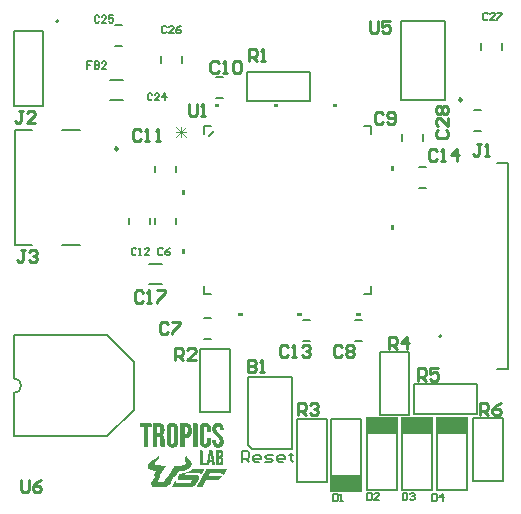
<source format=gto>
G04*
G04 #@! TF.GenerationSoftware,Altium Limited,Altium Designer,22.5.1 (42)*
G04*
G04 Layer_Color=65535*
%FSLAX44Y44*%
%MOMM*%
G71*
G04*
G04 #@! TF.SameCoordinates,0A4DFAF1-6218-4570-9C88-57A128791E20*
G04*
G04*
G04 #@! TF.FilePolarity,Positive*
G04*
G01*
G75*
%ADD10C,0.2500*%
%ADD11C,0.2000*%
%ADD12C,0.1524*%
%ADD13C,0.1270*%
%ADD14C,0.1540*%
%ADD15C,0.0762*%
%ADD16C,0.2540*%
%ADD17C,0.1500*%
%ADD18R,2.7432X1.3208*%
G36*
X274405Y337406D02*
X270595D01*
Y339946D01*
X274405D01*
Y337406D01*
D02*
G37*
G36*
X224405D02*
X220595D01*
Y339946D01*
X224405D01*
Y337406D01*
D02*
G37*
G36*
X174405D02*
X170595D01*
Y339946D01*
X174405D01*
Y337406D01*
D02*
G37*
G36*
X322162Y283379D02*
X319622D01*
Y287189D01*
X322162D01*
Y283379D01*
D02*
G37*
G36*
X145378Y263379D02*
X142838D01*
Y267189D01*
X145378D01*
Y263379D01*
D02*
G37*
G36*
X322162Y233379D02*
X319622D01*
Y237189D01*
X322162D01*
Y233379D01*
D02*
G37*
G36*
X145378Y213379D02*
X142838D01*
Y217189D01*
X145378D01*
Y213379D01*
D02*
G37*
G36*
X294405Y160622D02*
X290595D01*
Y163162D01*
X294405D01*
Y160622D01*
D02*
G37*
G36*
X244405D02*
X240595D01*
Y163162D01*
X244405D01*
Y160622D01*
D02*
G37*
G36*
X194405D02*
X190595D01*
Y163162D01*
X194405D01*
Y160622D01*
D02*
G37*
G36*
X174360Y69982D02*
X175016D01*
Y69851D01*
X175410D01*
Y69719D01*
X175673D01*
Y69588D01*
X175936D01*
Y69457D01*
X176199D01*
Y69325D01*
X176330D01*
Y69194D01*
X176461D01*
Y69062D01*
X176724D01*
Y68931D01*
X176856D01*
Y68668D01*
X176987D01*
Y68537D01*
X177118D01*
Y68406D01*
X177250D01*
Y68274D01*
X177381D01*
Y68011D01*
X177512D01*
Y67749D01*
X177644D01*
Y67617D01*
X177775D01*
Y67355D01*
X177906D01*
Y66961D01*
X178038D01*
Y66567D01*
X178169D01*
Y66041D01*
X178300D01*
Y65778D01*
Y65647D01*
Y64596D01*
X178432D01*
Y63808D01*
X178300D01*
Y63677D01*
X175410D01*
Y64202D01*
X175016D01*
Y66041D01*
X174885D01*
Y66435D01*
X174754D01*
Y66567D01*
X174491D01*
Y66698D01*
X173177D01*
Y66567D01*
X172915D01*
Y66435D01*
X172783D01*
Y66304D01*
X172652D01*
Y66172D01*
X172521D01*
Y66041D01*
X172389D01*
Y65647D01*
X172258D01*
Y63939D01*
X172389D01*
Y63545D01*
X172521D01*
Y63151D01*
X172652D01*
Y63020D01*
X172783D01*
Y62757D01*
X172915D01*
Y62626D01*
X173046D01*
Y62494D01*
X173177D01*
Y62231D01*
X173309D01*
Y62100D01*
X173440D01*
Y61969D01*
X173571D01*
Y61837D01*
X173703D01*
Y61706D01*
X173834D01*
Y61575D01*
X173965D01*
Y61443D01*
X174228D01*
Y61312D01*
X174360D01*
Y61181D01*
X174491D01*
Y61049D01*
X174622D01*
Y60918D01*
X174754D01*
Y60786D01*
X174885D01*
Y60655D01*
X175016D01*
Y60524D01*
X175148D01*
Y60392D01*
X175279D01*
Y60261D01*
X175410D01*
Y60130D01*
X175542D01*
Y59998D01*
X175673D01*
Y59867D01*
X175805D01*
Y59736D01*
X175936D01*
Y59604D01*
X176067D01*
Y59473D01*
X176199D01*
Y59342D01*
X176330D01*
Y59210D01*
X176461D01*
Y59079D01*
X176593D01*
Y58816D01*
X176724D01*
Y58685D01*
X176856D01*
Y58553D01*
X176987D01*
Y58291D01*
X177118D01*
Y58159D01*
X177250D01*
Y57897D01*
X177381D01*
Y57765D01*
X177512D01*
Y57502D01*
X177644D01*
Y57240D01*
X177775D01*
Y56977D01*
X177906D01*
Y56714D01*
X178038D01*
Y56320D01*
X178169D01*
Y55795D01*
X178300D01*
Y54875D01*
X178432D01*
Y53299D01*
X178300D01*
Y52379D01*
X178169D01*
Y51854D01*
X178038D01*
Y51591D01*
X177906D01*
Y51197D01*
X177775D01*
Y50934D01*
X177644D01*
Y50803D01*
X177512D01*
Y50540D01*
X177381D01*
Y50409D01*
X177250D01*
Y50278D01*
X177118D01*
Y50146D01*
X176987D01*
Y50015D01*
X176856D01*
Y49883D01*
X176593D01*
Y49752D01*
X176461D01*
Y49621D01*
X176199D01*
Y49489D01*
X175936D01*
Y49358D01*
X175673D01*
Y49227D01*
X175148D01*
Y49095D01*
X174360D01*
Y48964D01*
X173046D01*
Y49095D01*
X172258D01*
Y49227D01*
X171864D01*
Y49358D01*
X171470D01*
Y49489D01*
X171207D01*
Y49621D01*
X170944D01*
Y49752D01*
X170813D01*
Y49883D01*
X170681D01*
Y50015D01*
X170550D01*
Y50146D01*
X170419D01*
Y50278D01*
X170287D01*
Y50409D01*
X170156D01*
Y50540D01*
X170025D01*
Y50672D01*
X169893D01*
Y50803D01*
X169762D01*
Y51066D01*
X169631D01*
Y51197D01*
X169499D01*
Y51460D01*
X169368D01*
Y51591D01*
X169237D01*
Y51985D01*
X169105D01*
Y52248D01*
X168974D01*
Y52773D01*
X168842D01*
Y53430D01*
X168711D01*
Y55663D01*
X171732D01*
Y55138D01*
X172127D01*
Y52773D01*
X172258D01*
Y52642D01*
X172389D01*
Y52511D01*
X172652D01*
Y52379D01*
X173965D01*
Y52511D01*
X174228D01*
Y52642D01*
X174360D01*
Y52773D01*
X174491D01*
Y52905D01*
X174622D01*
Y53168D01*
X174754D01*
Y53562D01*
X174885D01*
Y55138D01*
X174754D01*
Y55795D01*
X174622D01*
Y56058D01*
X174491D01*
Y56320D01*
X174360D01*
Y56583D01*
X174228D01*
Y56714D01*
X174097D01*
Y56977D01*
X173965D01*
Y57108D01*
X173834D01*
Y57240D01*
X173703D01*
Y57371D01*
X173571D01*
Y57502D01*
X173440D01*
Y57634D01*
X173309D01*
Y57765D01*
X173177D01*
Y57897D01*
X173046D01*
Y58028D01*
X172915D01*
Y58159D01*
X172783D01*
Y58291D01*
X172652D01*
Y58422D01*
X172521D01*
Y58553D01*
X172389D01*
Y58685D01*
X172127D01*
Y58816D01*
X171995D01*
Y58948D01*
X171864D01*
Y59079D01*
X171732D01*
Y59210D01*
X171601D01*
Y59342D01*
X171470D01*
Y59473D01*
X171338D01*
Y59604D01*
X171207D01*
Y59736D01*
X171076D01*
Y59867D01*
X170944D01*
Y60130D01*
X170813D01*
Y60261D01*
X170681D01*
Y60392D01*
X170550D01*
Y60524D01*
X170419D01*
Y60655D01*
X170287D01*
Y60918D01*
X170156D01*
Y61049D01*
X170025D01*
Y61181D01*
X169893D01*
Y61443D01*
X169762D01*
Y61575D01*
X169631D01*
Y61837D01*
X169499D01*
Y62100D01*
X169368D01*
Y62363D01*
X169237D01*
Y62626D01*
X169105D01*
Y63020D01*
X168974D01*
Y63414D01*
X168842D01*
Y64071D01*
X168711D01*
Y66172D01*
X168842D01*
Y66829D01*
X168974D01*
Y67355D01*
X169105D01*
Y67617D01*
X169237D01*
Y67880D01*
X169368D01*
Y68143D01*
X169499D01*
Y68406D01*
X169631D01*
Y68537D01*
X169762D01*
Y68668D01*
X169893D01*
Y68800D01*
X170025D01*
Y68931D01*
X170156D01*
Y69062D01*
X170287D01*
Y69194D01*
X170419D01*
Y69325D01*
X170550D01*
Y69457D01*
X170813D01*
Y69588D01*
X171076D01*
Y69719D01*
X171338D01*
Y69851D01*
X171864D01*
Y69982D01*
X172521D01*
Y70113D01*
X174360D01*
Y69982D01*
D02*
G37*
G36*
X163456D02*
X164245D01*
Y69851D01*
X164639D01*
Y69719D01*
X164902D01*
Y69588D01*
X165164D01*
Y69457D01*
X165427D01*
Y69325D01*
X165558D01*
Y69194D01*
X165690D01*
Y69062D01*
X165952D01*
Y68931D01*
X166084D01*
Y68800D01*
X166215D01*
Y68537D01*
X166346D01*
Y68406D01*
X166478D01*
Y68274D01*
X166609D01*
Y68011D01*
X166741D01*
Y67880D01*
X166872D01*
Y67617D01*
X167003D01*
Y67355D01*
X167135D01*
Y67092D01*
X167266D01*
Y66698D01*
X167397D01*
Y66304D01*
X167529D01*
Y65384D01*
X167660D01*
Y62626D01*
X164639D01*
Y63020D01*
X164376D01*
Y63151D01*
X164245D01*
Y66172D01*
X164113D01*
Y66435D01*
X163982D01*
Y66567D01*
X163719D01*
Y66698D01*
X162406D01*
Y66567D01*
X162143D01*
Y66435D01*
X162012D01*
Y66304D01*
X161880D01*
Y66172D01*
X161749D01*
Y65910D01*
X161617D01*
Y65647D01*
X161486D01*
Y52905D01*
X161617D01*
Y52642D01*
X161749D01*
Y52511D01*
X162012D01*
Y52379D01*
X163325D01*
Y52511D01*
X163588D01*
Y52642D01*
X163719D01*
Y52773D01*
X163851D01*
Y52905D01*
X163982D01*
Y53036D01*
X164113D01*
Y53430D01*
X164245D01*
Y57240D01*
X167266D01*
Y56714D01*
X167660D01*
Y53168D01*
X167529D01*
Y52248D01*
X167397D01*
Y51854D01*
X167266D01*
Y51460D01*
X167135D01*
Y51197D01*
X167003D01*
Y50934D01*
X166872D01*
Y50672D01*
X166741D01*
Y50540D01*
X166609D01*
Y50409D01*
X166478D01*
Y50278D01*
X166346D01*
Y50146D01*
X166215D01*
Y50015D01*
X166084D01*
Y49883D01*
X165952D01*
Y49752D01*
X165690D01*
Y49621D01*
X165558D01*
Y49489D01*
X165296D01*
Y49358D01*
X164902D01*
Y49227D01*
X164507D01*
Y49095D01*
X163719D01*
Y48964D01*
X162274D01*
Y49095D01*
X161486D01*
Y49227D01*
X161092D01*
Y49358D01*
X160698D01*
Y49489D01*
X160435D01*
Y49621D01*
X160304D01*
Y49752D01*
X160041D01*
Y49883D01*
X159910D01*
Y50015D01*
X159778D01*
Y50146D01*
X159647D01*
Y50278D01*
X159516D01*
Y50409D01*
X159384D01*
Y50540D01*
X159253D01*
Y50672D01*
X159122D01*
Y50803D01*
X158990D01*
Y51066D01*
X158859D01*
Y51197D01*
X158727D01*
Y51460D01*
X158596D01*
Y51591D01*
X158465D01*
Y51854D01*
X158333D01*
Y52248D01*
X158202D01*
Y52642D01*
X158071D01*
Y53430D01*
X157939D01*
Y66172D01*
X158071D01*
Y66961D01*
X158202D01*
Y67355D01*
X158333D01*
Y67749D01*
X158465D01*
Y68011D01*
X158596D01*
Y68143D01*
X158727D01*
Y68406D01*
X158859D01*
Y68537D01*
X158990D01*
Y68800D01*
X159122D01*
Y68931D01*
X159253D01*
Y69062D01*
X159516D01*
Y69194D01*
X159647D01*
Y69325D01*
X159778D01*
Y69457D01*
X160041D01*
Y69588D01*
X160304D01*
Y69719D01*
X160567D01*
Y69851D01*
X160961D01*
Y69982D01*
X161749D01*
Y70113D01*
X163456D01*
Y69982D01*
D02*
G37*
G36*
X155837Y69325D02*
X156231D01*
Y49227D01*
X153079D01*
Y49752D01*
X152685D01*
Y68931D01*
Y69062D01*
Y69851D01*
X155837D01*
Y69325D01*
D02*
G37*
G36*
X147299Y69719D02*
X147956D01*
Y69588D01*
X148350D01*
Y69457D01*
X148612D01*
Y69325D01*
X148875D01*
Y69194D01*
X149138D01*
Y69062D01*
X149401D01*
Y68931D01*
X149532D01*
Y68800D01*
X149663D01*
Y68668D01*
X149795D01*
Y68537D01*
X149926D01*
Y68406D01*
X150057D01*
Y68143D01*
X150189D01*
Y68011D01*
X150320D01*
Y67880D01*
X150452D01*
Y67617D01*
X150583D01*
Y67355D01*
X150714D01*
Y67223D01*
X150846D01*
Y66829D01*
X150977D01*
Y66567D01*
X151108D01*
Y66041D01*
X151240D01*
Y65121D01*
X151371D01*
Y61575D01*
X151240D01*
Y60655D01*
X151108D01*
Y60130D01*
X150977D01*
Y59867D01*
X150846D01*
Y59604D01*
X150714D01*
Y59342D01*
X150583D01*
Y59079D01*
X150452D01*
Y58948D01*
X150320D01*
Y58816D01*
X150189D01*
Y58553D01*
X149926D01*
Y58422D01*
X149795D01*
Y58291D01*
X149663D01*
Y58159D01*
X149401D01*
Y58028D01*
X149269D01*
Y57897D01*
X149007D01*
Y57765D01*
X148612D01*
Y57634D01*
X148087D01*
Y57502D01*
X147036D01*
Y57371D01*
X145197D01*
Y49227D01*
X142044D01*
Y49752D01*
X141650D01*
Y69851D01*
X147299D01*
Y69719D01*
D02*
G37*
G36*
X124310D02*
X125098D01*
Y69588D01*
X125493D01*
Y69457D01*
X125887D01*
Y69325D01*
X126149D01*
Y69194D01*
X126281D01*
Y69062D01*
X126544D01*
Y68931D01*
X126675D01*
Y68800D01*
X126806D01*
Y68668D01*
X126938D01*
Y68537D01*
X127069D01*
Y68406D01*
X127200D01*
Y68143D01*
X127332D01*
Y68011D01*
X127463D01*
Y67880D01*
X127594D01*
Y67617D01*
X127726D01*
Y67355D01*
X127857D01*
Y67092D01*
X127989D01*
Y66698D01*
X128120D01*
Y66172D01*
X128251D01*
Y64990D01*
X128383D01*
Y63020D01*
X128251D01*
Y61969D01*
X128120D01*
Y61443D01*
X127989D01*
Y61049D01*
X127857D01*
Y60786D01*
X127726D01*
Y60655D01*
X127594D01*
Y60392D01*
X127463D01*
Y60261D01*
X127332D01*
Y60130D01*
X127200D01*
Y59998D01*
X127069D01*
Y59867D01*
X126938D01*
Y59736D01*
X126675D01*
Y59473D01*
X126806D01*
Y59342D01*
X126938D01*
Y59210D01*
X127069D01*
Y59079D01*
X127200D01*
Y58948D01*
X127332D01*
Y58816D01*
X127463D01*
Y58553D01*
X127594D01*
Y58422D01*
X127726D01*
Y58159D01*
X127857D01*
Y57897D01*
X127989D01*
Y57502D01*
X128120D01*
Y57108D01*
X128251D01*
Y56189D01*
X128383D01*
Y50146D01*
X128514D01*
Y49621D01*
X128645D01*
Y49227D01*
X125493D01*
Y49621D01*
X125361D01*
Y49752D01*
X125098D01*
Y50015D01*
X124967D01*
Y50672D01*
X124836D01*
Y56846D01*
X124704D01*
Y57371D01*
X124573D01*
Y57502D01*
X124442D01*
Y57634D01*
X124179D01*
Y57765D01*
X122208D01*
Y57634D01*
Y49227D01*
X119056D01*
Y49752D01*
X118662D01*
Y69851D01*
X124310D01*
Y69719D01*
D02*
G37*
G36*
X117217Y69325D02*
X117611D01*
Y66435D01*
X114327D01*
Y49227D01*
X111174D01*
Y49752D01*
X110780D01*
Y64465D01*
Y64596D01*
Y66435D01*
X107890D01*
Y66961D01*
X107496D01*
Y69851D01*
X117217D01*
Y69325D01*
D02*
G37*
G36*
X135739Y69982D02*
X136396D01*
Y69851D01*
X136790D01*
Y69719D01*
X137053D01*
Y69588D01*
X137315D01*
Y69457D01*
X137578D01*
Y69325D01*
X137841D01*
Y69194D01*
X137972D01*
Y69062D01*
X138104D01*
Y68931D01*
X138235D01*
Y68800D01*
X138366D01*
Y68668D01*
X138497D01*
Y68537D01*
X138629D01*
Y68406D01*
X138760D01*
Y68143D01*
X138892D01*
Y68011D01*
X139023D01*
Y67749D01*
X139154D01*
Y67486D01*
X139286D01*
Y67355D01*
X139417D01*
Y66961D01*
X139548D01*
Y66698D01*
X139680D01*
Y66172D01*
X139811D01*
Y65384D01*
X139943D01*
Y53168D01*
X139811D01*
Y52379D01*
X139680D01*
Y51854D01*
X139548D01*
Y51591D01*
X139417D01*
Y51197D01*
X139286D01*
Y51066D01*
X139154D01*
Y50803D01*
X139023D01*
Y50672D01*
X138892D01*
Y50409D01*
X138760D01*
Y50278D01*
X138629D01*
Y50146D01*
X138497D01*
Y50015D01*
X138366D01*
Y49883D01*
X138104D01*
Y49752D01*
X137972D01*
Y49621D01*
X137709D01*
Y49489D01*
X137447D01*
Y49358D01*
X137053D01*
Y49227D01*
X136658D01*
Y49095D01*
X135870D01*
Y48964D01*
X134425D01*
Y49095D01*
X133637D01*
Y49227D01*
X133243D01*
Y49358D01*
X132849D01*
Y49489D01*
X132586D01*
Y49621D01*
X132324D01*
Y49752D01*
X132192D01*
Y49883D01*
X131929D01*
Y50015D01*
X131798D01*
Y50146D01*
X131667D01*
Y50278D01*
X131535D01*
Y50409D01*
X131404D01*
Y50540D01*
X131273D01*
Y50803D01*
X131141D01*
Y50934D01*
X131010D01*
Y51066D01*
X130878D01*
Y51328D01*
X130747D01*
Y51460D01*
X130616D01*
Y51722D01*
X130484D01*
Y51985D01*
X130353D01*
Y52379D01*
X130222D01*
Y52773D01*
X130090D01*
Y53430D01*
X129959D01*
Y66172D01*
X130090D01*
Y66829D01*
X130222D01*
Y67223D01*
X130353D01*
Y67617D01*
X130484D01*
Y67880D01*
X130616D01*
Y68143D01*
X130747D01*
Y68274D01*
X130878D01*
Y68537D01*
X131010D01*
Y68668D01*
X131141D01*
Y68800D01*
X131273D01*
Y68931D01*
X131404D01*
Y69062D01*
X131535D01*
Y69194D01*
X131667D01*
Y69325D01*
X131929D01*
Y69457D01*
X132192D01*
Y69588D01*
X132455D01*
Y69719D01*
X132718D01*
Y69851D01*
X133112D01*
Y69982D01*
X133769D01*
Y70113D01*
X135739D01*
Y69982D01*
D02*
G37*
G36*
X175673Y46862D02*
X176199D01*
Y46731D01*
X176593D01*
Y46599D01*
X176724D01*
Y46468D01*
X176987D01*
Y46337D01*
X177118D01*
Y46205D01*
X177250D01*
Y45943D01*
X177381D01*
Y45811D01*
X177512D01*
Y45548D01*
X177644D01*
Y45286D01*
X177775D01*
Y45023D01*
X177906D01*
Y44366D01*
X178038D01*
Y42659D01*
X177906D01*
Y42002D01*
X177775D01*
Y41739D01*
X177644D01*
Y41476D01*
X177512D01*
Y41345D01*
X177381D01*
Y41213D01*
X177250D01*
Y41082D01*
X177118D01*
Y40951D01*
X176987D01*
Y40819D01*
X177118D01*
Y40688D01*
X177250D01*
Y40557D01*
X177381D01*
Y40425D01*
X177512D01*
Y40294D01*
X177644D01*
Y40031D01*
X177775D01*
Y39769D01*
X177906D01*
Y39374D01*
X178038D01*
Y38849D01*
X178169D01*
Y36484D01*
X178038D01*
Y35828D01*
X177906D01*
Y35565D01*
X177775D01*
Y35302D01*
X177644D01*
Y35039D01*
X177512D01*
Y34908D01*
X177381D01*
Y34777D01*
X177250D01*
Y34645D01*
X176987D01*
Y34514D01*
X176724D01*
Y34383D01*
X176330D01*
Y34251D01*
X175805D01*
Y34120D01*
X172127D01*
Y34514D01*
X171864D01*
Y46993D01*
X175673D01*
Y46862D01*
D02*
G37*
G36*
X168711D02*
X168842D01*
Y46599D01*
X168974D01*
Y46337D01*
X169105D01*
Y45548D01*
X169237D01*
Y44760D01*
X169368D01*
Y43972D01*
X169499D01*
Y43184D01*
X169631D01*
Y42396D01*
X169762D01*
Y41476D01*
X169893D01*
Y40688D01*
X170025D01*
Y39900D01*
X170156D01*
Y39112D01*
X170287D01*
Y38324D01*
X170419D01*
Y37535D01*
X170550D01*
Y36747D01*
X170681D01*
Y35959D01*
X170813D01*
Y35171D01*
X170944D01*
Y34383D01*
X171076D01*
Y34120D01*
X169105D01*
Y34514D01*
X168842D01*
Y34777D01*
X168711D01*
Y35696D01*
X168580D01*
Y36616D01*
X166478D01*
Y36353D01*
X166346D01*
Y35433D01*
X166215D01*
Y34514D01*
X166084D01*
Y34120D01*
X164376D01*
Y34514D01*
X163982D01*
Y34777D01*
X164113D01*
Y35565D01*
X164245D01*
Y36353D01*
X164376D01*
Y37141D01*
X164507D01*
Y37929D01*
X164639D01*
Y38718D01*
X164770D01*
Y39506D01*
X164902D01*
Y40294D01*
X165033D01*
Y41082D01*
X165164D01*
Y41870D01*
X165296D01*
Y42659D01*
X165427D01*
Y43447D01*
X165558D01*
Y44235D01*
X165690D01*
Y45154D01*
X165821D01*
Y45943D01*
X165952D01*
Y46599D01*
Y46731D01*
X166084D01*
Y46993D01*
X168711D01*
Y46862D01*
D02*
G37*
G36*
X160304Y46599D02*
X160567D01*
Y36353D01*
X163456D01*
Y36222D01*
X163588D01*
Y35828D01*
X163851D01*
Y34120D01*
X158596D01*
Y34514D01*
X158333D01*
Y46993D01*
X160304D01*
Y46599D01*
D02*
G37*
G36*
X162274Y31098D02*
X162143D01*
Y30836D01*
X162012D01*
Y30573D01*
X161880D01*
Y30442D01*
X161749D01*
Y30179D01*
X161617D01*
Y29916D01*
X161486D01*
Y29653D01*
X161355D01*
Y29391D01*
X161223D01*
Y29128D01*
X161092D01*
Y28997D01*
X160961D01*
Y28734D01*
X160829D01*
Y28471D01*
X160698D01*
Y28209D01*
X160567D01*
Y27946D01*
X160435D01*
Y27814D01*
X160304D01*
Y27552D01*
X160172D01*
Y27289D01*
X160041D01*
Y27026D01*
X159910D01*
Y26764D01*
X159778D01*
Y26501D01*
X159647D01*
Y26370D01*
X159516D01*
Y26501D01*
X159384D01*
Y26632D01*
X159253D01*
Y26764D01*
X159122D01*
Y26895D01*
X158990D01*
Y27026D01*
X158859D01*
Y27158D01*
X158727D01*
Y27289D01*
X158465D01*
Y27420D01*
X158333D01*
Y27552D01*
X157939D01*
Y27683D01*
X157545D01*
Y27814D01*
X146642D01*
Y27552D01*
X146511D01*
Y27289D01*
X146379D01*
Y27026D01*
X146248D01*
Y26895D01*
X146117D01*
Y26632D01*
X145985D01*
Y26370D01*
X145854D01*
Y26107D01*
X145723D01*
Y25844D01*
X145591D01*
Y25713D01*
X156363D01*
Y25581D01*
X156757D01*
Y25450D01*
X157020D01*
Y25319D01*
X157151D01*
Y25187D01*
X157414D01*
Y24924D01*
X157545D01*
Y24793D01*
X157676D01*
Y24399D01*
X157808D01*
Y23217D01*
X157676D01*
Y22823D01*
X157545D01*
Y22560D01*
X157414D01*
Y22297D01*
X157282D01*
Y22034D01*
X157151D01*
Y21772D01*
X157020D01*
Y21509D01*
X156888D01*
Y21246D01*
X156757D01*
Y21115D01*
X156626D01*
Y20852D01*
X156494D01*
Y20589D01*
X156363D01*
Y20327D01*
X156231D01*
Y20064D01*
X156100D01*
Y19801D01*
X155969D01*
Y19670D01*
X155837D01*
Y19407D01*
X155706D01*
Y19145D01*
X155575D01*
Y18882D01*
X155443D01*
Y18750D01*
X155312D01*
Y18488D01*
X155181D01*
Y18356D01*
X155049D01*
Y18094D01*
X154918D01*
Y17962D01*
X154787D01*
Y17831D01*
X154655D01*
Y17700D01*
X154524D01*
Y17568D01*
X154392D01*
Y17437D01*
X154261D01*
Y17305D01*
X154130D01*
Y17174D01*
X153998D01*
Y17043D01*
X153736D01*
Y16911D01*
X153604D01*
Y16780D01*
X153473D01*
Y16649D01*
X153210D01*
Y16517D01*
X152947D01*
Y16386D01*
X152816D01*
Y16255D01*
X152553D01*
Y16123D01*
X152291D01*
Y15992D01*
X151896D01*
Y15860D01*
X151634D01*
Y15729D01*
X151108D01*
Y15598D01*
X134425D01*
Y15729D01*
X134557D01*
Y15992D01*
X134688D01*
Y16255D01*
X134819D01*
Y16386D01*
X134951D01*
Y16649D01*
X135082D01*
Y16911D01*
X135213D01*
Y17174D01*
X135345D01*
Y17437D01*
X135476D01*
Y17568D01*
X135608D01*
Y17831D01*
X135739D01*
Y18094D01*
X135870D01*
Y18356D01*
X136002D01*
Y18619D01*
X136133D01*
Y18882D01*
X136264D01*
Y19013D01*
X136396D01*
Y19276D01*
X136527D01*
Y19539D01*
X136658D01*
Y19801D01*
X136790D01*
Y20064D01*
X136921D01*
Y20195D01*
X137053D01*
Y20458D01*
X137184D01*
Y20721D01*
X137315D01*
Y20984D01*
X137447D01*
Y20721D01*
X137578D01*
Y20195D01*
X137709D01*
Y19933D01*
X137841D01*
Y19801D01*
X137972D01*
Y19539D01*
X138104D01*
Y19407D01*
X138366D01*
Y19276D01*
X138497D01*
Y19145D01*
X138892D01*
Y19013D01*
X150452D01*
Y19276D01*
X150583D01*
Y19539D01*
X150714D01*
Y19670D01*
X150846D01*
Y19933D01*
X150977D01*
Y20195D01*
X151108D01*
Y20458D01*
X151240D01*
Y20721D01*
X151371D01*
Y20984D01*
X151503D01*
Y21115D01*
X151634D01*
Y21378D01*
X140862D01*
Y21509D01*
X140468D01*
Y21640D01*
X140205D01*
Y21772D01*
X140074D01*
Y21903D01*
X139943D01*
Y22034D01*
X139811D01*
Y22166D01*
X139680D01*
Y22429D01*
X139548D01*
Y24005D01*
X139680D01*
Y24399D01*
X139811D01*
Y24662D01*
X139943D01*
Y24924D01*
X140074D01*
Y25187D01*
X140205D01*
Y25319D01*
X140337D01*
Y25581D01*
X140468D01*
Y25713D01*
X140599D01*
Y25975D01*
X140731D01*
Y26238D01*
X140862D01*
Y26370D01*
X140993D01*
Y26632D01*
X141125D01*
Y26764D01*
X141256D01*
Y27026D01*
X142044D01*
Y27158D01*
X143358D01*
Y27289D01*
X144146D01*
Y27420D01*
X144803D01*
Y27552D01*
X145460D01*
Y27683D01*
X145854D01*
Y27814D01*
X146379D01*
Y27946D01*
X146773D01*
Y28077D01*
X147168D01*
Y28209D01*
X147562D01*
Y28340D01*
X147824D01*
Y28471D01*
X148218D01*
Y28603D01*
X148481D01*
Y28734D01*
X148744D01*
Y28865D01*
X149007D01*
Y28997D01*
X149269D01*
Y29128D01*
X149401D01*
Y29260D01*
X149663D01*
Y29391D01*
X149926D01*
Y29522D01*
X150057D01*
Y29653D01*
X150320D01*
Y29785D01*
X150452D01*
Y29916D01*
X150583D01*
Y30048D01*
X150714D01*
Y30179D01*
X150977D01*
Y30310D01*
X151108D01*
Y30442D01*
X151240D01*
Y30573D01*
X151371D01*
Y30704D01*
X151503D01*
Y30836D01*
X151634D01*
Y30967D01*
X151765D01*
Y31098D01*
X151896D01*
Y31230D01*
X162274D01*
Y31098D01*
D02*
G37*
G36*
X181453D02*
X181322D01*
Y30967D01*
X181190D01*
Y30704D01*
X181059D01*
Y30442D01*
X180928D01*
Y30310D01*
X180796D01*
Y30048D01*
X180665D01*
Y29785D01*
X180534D01*
Y29653D01*
X180402D01*
Y29391D01*
X180271D01*
Y29128D01*
X180140D01*
Y28997D01*
X180008D01*
Y28734D01*
X179877D01*
Y28471D01*
X179746D01*
Y28340D01*
X179614D01*
Y28077D01*
X179483D01*
Y27814D01*
X179351D01*
Y27683D01*
X179220D01*
Y27420D01*
X179089D01*
Y27158D01*
X178957D01*
Y27026D01*
X178826D01*
Y26764D01*
X178695D01*
Y26501D01*
X178563D01*
Y26370D01*
X178432D01*
Y26107D01*
X178300D01*
Y26238D01*
X178169D01*
Y26370D01*
X178038D01*
Y26501D01*
X177906D01*
Y26632D01*
X177775D01*
Y26764D01*
X177512D01*
Y26895D01*
X177250D01*
Y27026D01*
X176856D01*
Y27158D01*
X176461D01*
Y27289D01*
X176067D01*
Y27420D01*
X175410D01*
Y27552D01*
X174622D01*
Y27683D01*
X173177D01*
Y27814D01*
X167003D01*
Y27552D01*
X166872D01*
Y27420D01*
X166741D01*
Y27158D01*
X166609D01*
Y26895D01*
X166478D01*
Y26632D01*
X166346D01*
Y26370D01*
X166215D01*
Y26238D01*
X166084D01*
Y25975D01*
X165952D01*
Y25713D01*
X165821D01*
Y25450D01*
X165690D01*
Y25187D01*
X165558D01*
Y24924D01*
X176856D01*
Y24793D01*
X176724D01*
Y24662D01*
X176593D01*
Y24530D01*
X176461D01*
Y24268D01*
X176330D01*
Y24136D01*
X176199D01*
Y24005D01*
X176067D01*
Y23742D01*
X175936D01*
Y23611D01*
X175805D01*
Y23479D01*
X175673D01*
Y23348D01*
X175542D01*
Y23085D01*
X175410D01*
Y22954D01*
X175279D01*
Y22823D01*
X175148D01*
Y22560D01*
X175016D01*
Y22429D01*
X174885D01*
Y22297D01*
X174754D01*
Y22166D01*
X174622D01*
Y21903D01*
X174491D01*
Y21772D01*
X174360D01*
Y21640D01*
X163588D01*
Y21378D01*
X163456D01*
Y21115D01*
X163325D01*
Y20984D01*
X163194D01*
Y20721D01*
X163062D01*
Y20458D01*
X162931D01*
Y20195D01*
X162800D01*
Y19933D01*
X162668D01*
Y19670D01*
X162537D01*
Y19539D01*
X162406D01*
Y19276D01*
X162274D01*
Y19013D01*
X162143D01*
Y18750D01*
X162012D01*
Y18488D01*
X161880D01*
Y18356D01*
X161749D01*
Y18094D01*
X161617D01*
Y17831D01*
X161486D01*
Y17568D01*
X161355D01*
Y17305D01*
X161223D01*
Y17043D01*
X161092D01*
Y16911D01*
X160961D01*
Y16649D01*
X160829D01*
Y16386D01*
X160698D01*
Y16123D01*
X160567D01*
Y15860D01*
X160435D01*
Y15598D01*
X155443D01*
Y15860D01*
X155575D01*
Y16123D01*
X155706D01*
Y16386D01*
X155837D01*
Y16649D01*
X155969D01*
Y16780D01*
X156100D01*
Y17043D01*
X156231D01*
Y17305D01*
X156363D01*
Y17568D01*
X156494D01*
Y17831D01*
X156626D01*
Y18094D01*
X156757D01*
Y18225D01*
X156888D01*
Y18488D01*
X157020D01*
Y18750D01*
X157151D01*
Y19013D01*
X157282D01*
Y19276D01*
X157414D01*
Y19407D01*
X157545D01*
Y19670D01*
X157676D01*
Y19933D01*
X157808D01*
Y20195D01*
X157939D01*
Y20458D01*
X158071D01*
Y20721D01*
X158202D01*
Y20852D01*
X158333D01*
Y21115D01*
X158465D01*
Y21378D01*
X158596D01*
Y21640D01*
X158727D01*
Y21903D01*
X158859D01*
Y22034D01*
X158990D01*
Y22297D01*
X159122D01*
Y22560D01*
X159253D01*
Y22823D01*
X159384D01*
Y23085D01*
X159516D01*
Y23348D01*
X159647D01*
Y23479D01*
X159778D01*
Y23742D01*
X159910D01*
Y24005D01*
X160041D01*
Y24268D01*
X160172D01*
Y24530D01*
X160304D01*
Y24662D01*
X160435D01*
Y24924D01*
X160567D01*
Y25187D01*
X160698D01*
Y25450D01*
X160829D01*
Y25713D01*
X160961D01*
Y25975D01*
X161092D01*
Y26107D01*
X161223D01*
Y26370D01*
X161355D01*
Y26632D01*
X161486D01*
Y26895D01*
X161617D01*
Y27158D01*
X161749D01*
Y27289D01*
X161880D01*
Y27552D01*
X162012D01*
Y27814D01*
X162143D01*
Y28077D01*
X162274D01*
Y28340D01*
X162406D01*
Y28603D01*
X162537D01*
Y28734D01*
X162668D01*
Y28997D01*
X162800D01*
Y29260D01*
X162931D01*
Y29522D01*
X163062D01*
Y29785D01*
X163194D01*
Y30048D01*
X163325D01*
Y30179D01*
X163456D01*
Y30442D01*
X163588D01*
Y30704D01*
X163719D01*
Y30967D01*
X163851D01*
Y31230D01*
X181453D01*
Y31098D01*
D02*
G37*
G36*
X123522Y42396D02*
X123653D01*
Y42133D01*
X123785D01*
Y41608D01*
X123916D01*
Y40951D01*
X123785D01*
Y40294D01*
X123653D01*
Y40031D01*
X123522D01*
Y39769D01*
X123391D01*
Y39506D01*
X123259D01*
Y39243D01*
X123128D01*
Y39112D01*
X122997D01*
Y38980D01*
X122865D01*
Y38849D01*
X122734D01*
Y38718D01*
X122603D01*
Y38586D01*
X122471D01*
Y38455D01*
X122340D01*
Y38324D01*
X122208D01*
Y38192D01*
X122077D01*
Y38061D01*
X121946D01*
Y37929D01*
X121814D01*
Y37798D01*
X121683D01*
Y37667D01*
X121552D01*
Y37535D01*
X121289D01*
Y37404D01*
X121158D01*
Y37273D01*
X121026D01*
Y37141D01*
X120895D01*
Y37010D01*
X120632D01*
Y36878D01*
X120501D01*
Y36747D01*
X120370D01*
Y36616D01*
X120238D01*
Y36484D01*
X120107D01*
Y36353D01*
X119975D01*
Y36090D01*
X119844D01*
Y35565D01*
X119975D01*
Y35302D01*
X120107D01*
Y35171D01*
X120238D01*
Y35039D01*
X120501D01*
Y34908D01*
X120632D01*
Y34777D01*
X121026D01*
Y34645D01*
X121289D01*
Y34514D01*
X121814D01*
Y34383D01*
X122340D01*
Y34251D01*
X123128D01*
Y34120D01*
X124048D01*
Y33988D01*
X125361D01*
Y33857D01*
X128251D01*
Y33726D01*
X129565D01*
Y33463D01*
X129433D01*
Y33332D01*
X129302D01*
Y33069D01*
X129171D01*
Y32938D01*
X129039D01*
Y32675D01*
X128908D01*
Y32543D01*
X128777D01*
Y32281D01*
X128645D01*
Y32149D01*
X128514D01*
Y31887D01*
X128383D01*
Y31755D01*
X128251D01*
Y31493D01*
X128120D01*
Y31361D01*
X127989D01*
Y31098D01*
X127857D01*
Y30967D01*
X127726D01*
Y30704D01*
X127594D01*
Y30573D01*
X127463D01*
Y30310D01*
X127332D01*
Y30179D01*
X127200D01*
Y29916D01*
X127069D01*
Y29785D01*
X126938D01*
Y29522D01*
X126806D01*
Y29391D01*
X126675D01*
Y29128D01*
X126544D01*
Y28997D01*
X126412D01*
Y28734D01*
X126281D01*
Y28603D01*
X126149D01*
Y28340D01*
X126018D01*
Y28209D01*
X125887D01*
Y27946D01*
X125755D01*
Y27814D01*
X125624D01*
Y27552D01*
X125493D01*
Y27420D01*
X125361D01*
Y27158D01*
X125230D01*
Y27026D01*
X125098D01*
Y26764D01*
X124967D01*
Y26632D01*
X124836D01*
Y26370D01*
X124704D01*
Y26238D01*
X124573D01*
Y25975D01*
X124442D01*
Y25844D01*
X124310D01*
Y25450D01*
X124442D01*
Y25187D01*
X124573D01*
Y24924D01*
X124704D01*
Y24662D01*
X124836D01*
Y24268D01*
X124704D01*
Y24005D01*
X124573D01*
Y23874D01*
X124442D01*
Y23611D01*
X124310D01*
Y23348D01*
X124179D01*
Y23217D01*
X124048D01*
Y22954D01*
X123916D01*
Y22691D01*
X123785D01*
Y22560D01*
X123653D01*
Y22297D01*
X123522D01*
Y22166D01*
X123391D01*
Y21903D01*
X123259D01*
Y21640D01*
X123128D01*
Y21509D01*
X122997D01*
Y21246D01*
X122865D01*
Y20984D01*
X122734D01*
Y20852D01*
X122603D01*
Y20589D01*
X122471D01*
Y20327D01*
X122340D01*
Y20195D01*
X122208D01*
Y19933D01*
X122077D01*
Y19801D01*
X121946D01*
Y19670D01*
X127726D01*
Y19801D01*
X127857D01*
Y20064D01*
X127989D01*
Y20327D01*
X128120D01*
Y20589D01*
X128251D01*
Y20852D01*
X128383D01*
Y21115D01*
X128514D01*
Y21246D01*
X128645D01*
Y21509D01*
X128777D01*
Y21772D01*
X128908D01*
Y22034D01*
X129039D01*
Y22297D01*
X129171D01*
Y22560D01*
X129302D01*
Y22823D01*
X129433D01*
Y23085D01*
X129565D01*
Y23348D01*
X129696D01*
Y23479D01*
X129828D01*
Y23742D01*
X129959D01*
Y24005D01*
X130222D01*
Y24136D01*
X130353D01*
Y24268D01*
X130616D01*
Y24399D01*
X130747D01*
Y24530D01*
X131010D01*
Y24662D01*
X131273D01*
Y24793D01*
X131404D01*
Y24924D01*
X131667D01*
Y25056D01*
X131798D01*
Y25319D01*
X131929D01*
Y25450D01*
X132061D01*
Y25713D01*
X132192D01*
Y25975D01*
X132324D01*
Y26107D01*
X132455D01*
Y26370D01*
X132586D01*
Y26632D01*
X132718D01*
Y26764D01*
X132849D01*
Y27026D01*
X132980D01*
Y27289D01*
X133112D01*
Y27420D01*
X133243D01*
Y27683D01*
X133374D01*
Y27946D01*
X133506D01*
Y28077D01*
X133637D01*
Y28340D01*
X133769D01*
Y28603D01*
X133900D01*
Y28734D01*
X134031D01*
Y28997D01*
X134163D01*
Y29260D01*
X134294D01*
Y29391D01*
X134425D01*
Y29653D01*
X134557D01*
Y29916D01*
X134688D01*
Y30048D01*
X134819D01*
Y30310D01*
X134951D01*
Y30573D01*
X135082D01*
Y30704D01*
X135213D01*
Y30967D01*
X135345D01*
Y31230D01*
X135476D01*
Y31361D01*
X135608D01*
Y31624D01*
X135739D01*
Y31887D01*
X135870D01*
Y32018D01*
X136002D01*
Y32281D01*
X136133D01*
Y32543D01*
X136264D01*
Y32675D01*
X136396D01*
Y32938D01*
X136527D01*
Y33200D01*
X136658D01*
Y33332D01*
X136790D01*
Y33463D01*
X137709D01*
Y33594D01*
X140599D01*
Y33726D01*
X141913D01*
Y33857D01*
X142832D01*
Y33988D01*
X143489D01*
Y34120D01*
X144146D01*
Y34251D01*
X144540D01*
Y34383D01*
X144934D01*
Y34514D01*
X145328D01*
Y34645D01*
X145591D01*
Y34777D01*
X145854D01*
Y34908D01*
X146117D01*
Y35039D01*
X146248D01*
Y35171D01*
X146379D01*
Y35302D01*
X146511D01*
Y35565D01*
X146642D01*
Y36353D01*
X146511D01*
Y36616D01*
X146379D01*
Y36878D01*
X146248D01*
Y37141D01*
X146117D01*
Y37273D01*
X145985D01*
Y37535D01*
X145854D01*
Y37798D01*
X145723D01*
Y38192D01*
X145591D01*
Y38849D01*
X145460D01*
Y39637D01*
X145591D01*
Y40163D01*
X145723D01*
Y40425D01*
X145854D01*
Y40688D01*
X145985D01*
Y40951D01*
X146117D01*
Y41082D01*
X146248D01*
Y41345D01*
X146379D01*
Y41476D01*
X146511D01*
Y41608D01*
X146642D01*
Y41739D01*
X146773D01*
Y41870D01*
X146905D01*
Y42002D01*
X147036D01*
Y42133D01*
X147168D01*
Y42264D01*
X147299D01*
Y42396D01*
X147430D01*
Y40688D01*
X147562D01*
Y40294D01*
X147693D01*
Y40031D01*
X147824D01*
Y39900D01*
X147956D01*
Y39637D01*
X148087D01*
Y39506D01*
X148218D01*
Y39374D01*
X148350D01*
Y39243D01*
X148481D01*
Y39112D01*
X148612D01*
Y38980D01*
X148744D01*
Y38849D01*
X149007D01*
Y38718D01*
X149138D01*
Y38586D01*
X149269D01*
Y38455D01*
X149401D01*
Y38324D01*
X149663D01*
Y38192D01*
X149795D01*
Y38061D01*
X149926D01*
Y37929D01*
X150057D01*
Y37798D01*
X150189D01*
Y37667D01*
X150320D01*
Y37535D01*
X150452D01*
Y37404D01*
X150583D01*
Y37273D01*
X150714D01*
Y37141D01*
X150846D01*
Y37010D01*
X150977D01*
Y36747D01*
X151108D01*
Y36484D01*
X151240D01*
Y36090D01*
X151371D01*
Y34645D01*
X151240D01*
Y34120D01*
X151108D01*
Y33726D01*
X150977D01*
Y33463D01*
X150846D01*
Y33200D01*
X150714D01*
Y33069D01*
X150583D01*
Y32806D01*
X150452D01*
Y32675D01*
X150320D01*
Y32543D01*
X150189D01*
Y32281D01*
X150057D01*
Y32149D01*
X149926D01*
Y32018D01*
X149795D01*
Y31887D01*
X149663D01*
Y31755D01*
X149401D01*
Y31624D01*
X149269D01*
Y31493D01*
X149138D01*
Y31361D01*
X148875D01*
Y31230D01*
X148744D01*
Y31098D01*
X148481D01*
Y30967D01*
X148350D01*
Y30836D01*
X148087D01*
Y30704D01*
X147824D01*
Y30573D01*
X147562D01*
Y30442D01*
X147168D01*
Y30310D01*
X146905D01*
Y30179D01*
X146511D01*
Y30048D01*
X146117D01*
Y29916D01*
X145723D01*
Y29785D01*
X145328D01*
Y29653D01*
X144803D01*
Y29522D01*
X144146D01*
Y29391D01*
X143358D01*
Y29260D01*
X142307D01*
Y29128D01*
X140337D01*
Y28997D01*
X140205D01*
Y28734D01*
X140074D01*
Y28603D01*
X139943D01*
Y28340D01*
X139811D01*
Y28209D01*
X139680D01*
Y27946D01*
X139548D01*
Y27683D01*
X139417D01*
Y27552D01*
X139286D01*
Y27289D01*
X139154D01*
Y27026D01*
X139023D01*
Y26895D01*
X138892D01*
Y26632D01*
X138760D01*
Y26370D01*
X138629D01*
Y26238D01*
X138497D01*
Y25975D01*
X138366D01*
Y25844D01*
X138235D01*
Y25581D01*
X138104D01*
Y25450D01*
X137972D01*
Y25187D01*
X137841D01*
Y25056D01*
X137578D01*
Y24924D01*
X137447D01*
Y24793D01*
X137315D01*
Y24662D01*
X137053D01*
Y24530D01*
X136921D01*
Y24399D01*
X136658D01*
Y24268D01*
X136396D01*
Y24136D01*
X136133D01*
Y24005D01*
X135870D01*
Y23874D01*
X135739D01*
Y23742D01*
X135608D01*
Y23479D01*
X135476D01*
Y23217D01*
X135345D01*
Y22954D01*
X135213D01*
Y22823D01*
X135082D01*
Y22560D01*
X134951D01*
Y22297D01*
X134819D01*
Y22034D01*
X134688D01*
Y21903D01*
X134557D01*
Y21640D01*
X134425D01*
Y21378D01*
X134294D01*
Y21115D01*
X134163D01*
Y20984D01*
X134031D01*
Y20721D01*
X133900D01*
Y20458D01*
X133769D01*
Y20195D01*
X133637D01*
Y20064D01*
X133506D01*
Y18488D01*
X133374D01*
Y18356D01*
X133243D01*
Y18225D01*
X133112D01*
Y18094D01*
X132849D01*
Y17962D01*
X132718D01*
Y17831D01*
X132455D01*
Y17700D01*
X132324D01*
Y17568D01*
X132061D01*
Y17437D01*
X131929D01*
Y17305D01*
X131667D01*
Y17174D01*
X131535D01*
Y17043D01*
X131273D01*
Y16911D01*
X131010D01*
Y16780D01*
X130747D01*
Y16649D01*
X130616D01*
Y16517D01*
X130353D01*
Y16386D01*
X130090D01*
Y16255D01*
X129959D01*
Y16123D01*
X129696D01*
Y15992D01*
X129433D01*
Y15860D01*
X129171D01*
Y15729D01*
X128908D01*
Y15598D01*
X118268D01*
Y15860D01*
X118136D01*
Y15992D01*
X118005D01*
Y16255D01*
X117874D01*
Y16386D01*
X117742D01*
Y16649D01*
X117611D01*
Y16911D01*
X117479D01*
Y17043D01*
X117348D01*
Y17305D01*
X117217D01*
Y17568D01*
X117085D01*
Y17700D01*
X116954D01*
Y17962D01*
X116823D01*
Y18225D01*
X116691D01*
Y18619D01*
X116560D01*
Y19145D01*
X116429D01*
Y19276D01*
X116560D01*
Y19539D01*
X116691D01*
Y19670D01*
X116823D01*
Y19801D01*
X116954D01*
Y19933D01*
X117217D01*
Y20064D01*
X117348D01*
Y20195D01*
X117479D01*
Y20327D01*
X117611D01*
Y20458D01*
X117742D01*
Y20589D01*
X117874D01*
Y20852D01*
X118005D01*
Y20984D01*
X118136D01*
Y21246D01*
X118268D01*
Y21378D01*
X118399D01*
Y21640D01*
X118530D01*
Y21903D01*
X118662D01*
Y22034D01*
X118793D01*
Y22297D01*
X118925D01*
Y22429D01*
X119056D01*
Y22691D01*
X119187D01*
Y22954D01*
X119319D01*
Y23085D01*
X119450D01*
Y23348D01*
X119581D01*
Y23611D01*
X119713D01*
Y23742D01*
X119844D01*
Y24005D01*
X119975D01*
Y24136D01*
X120107D01*
Y24399D01*
X120238D01*
Y24662D01*
X120107D01*
Y24924D01*
X119975D01*
Y25187D01*
X119844D01*
Y25450D01*
X119713D01*
Y25844D01*
X119581D01*
Y26238D01*
X119450D01*
Y26501D01*
X119581D01*
Y26764D01*
X119713D01*
Y26895D01*
X119844D01*
Y27158D01*
X119975D01*
Y27289D01*
X120107D01*
Y27552D01*
X120238D01*
Y27683D01*
X120370D01*
Y27946D01*
X120501D01*
Y28077D01*
X120632D01*
Y28340D01*
X120764D01*
Y28471D01*
X120895D01*
Y28734D01*
X121026D01*
Y28865D01*
X121158D01*
Y29128D01*
X121289D01*
Y29260D01*
X121420D01*
Y29391D01*
X120107D01*
Y29522D01*
X118925D01*
Y29653D01*
X118268D01*
Y29785D01*
X117611D01*
Y29916D01*
X117217D01*
Y30048D01*
X116691D01*
Y30179D01*
X116429D01*
Y30310D01*
X116034D01*
Y30442D01*
X115772D01*
Y30573D01*
X115640D01*
Y30704D01*
X115378D01*
Y30836D01*
X115246D01*
Y30967D01*
X114984D01*
Y31098D01*
X114852D01*
Y31230D01*
X114721D01*
Y31361D01*
X114590D01*
Y31624D01*
X114458D01*
Y31755D01*
X114327D01*
Y32018D01*
X114195D01*
Y32412D01*
X114064D01*
Y33857D01*
X114195D01*
Y34383D01*
X114327D01*
Y34777D01*
X114458D01*
Y35171D01*
X114590D01*
Y35302D01*
X114721D01*
Y35565D01*
X114852D01*
Y35828D01*
X114984D01*
Y35959D01*
X115115D01*
Y36090D01*
X115246D01*
Y36222D01*
X115378D01*
Y36353D01*
X115509D01*
Y36484D01*
X115640D01*
Y36616D01*
X115772D01*
Y36747D01*
X115903D01*
Y36878D01*
X116034D01*
Y37010D01*
X116166D01*
Y37141D01*
X116297D01*
Y37273D01*
X116560D01*
Y37404D01*
X116691D01*
Y37535D01*
X116954D01*
Y37667D01*
X117085D01*
Y37798D01*
X117348D01*
Y37929D01*
X117611D01*
Y38061D01*
X117742D01*
Y38192D01*
X118005D01*
Y38324D01*
X118268D01*
Y38455D01*
X118530D01*
Y38586D01*
X118793D01*
Y38718D01*
X119056D01*
Y38849D01*
X119187D01*
Y38980D01*
X119450D01*
Y39112D01*
X119713D01*
Y39243D01*
X119975D01*
Y39374D01*
X120238D01*
Y39506D01*
X120370D01*
Y39637D01*
X120632D01*
Y39769D01*
X120895D01*
Y39900D01*
X121026D01*
Y40031D01*
X121289D01*
Y40163D01*
X121420D01*
Y40294D01*
X121552D01*
Y40425D01*
X121814D01*
Y40557D01*
X121946D01*
Y40688D01*
X122077D01*
Y40819D01*
X122208D01*
Y40951D01*
X122340D01*
Y41082D01*
X122471D01*
Y41213D01*
X122603D01*
Y41345D01*
X122734D01*
Y41608D01*
X122865D01*
Y41739D01*
X122997D01*
Y42002D01*
X123128D01*
Y42264D01*
X123259D01*
Y42527D01*
X123391D01*
Y42659D01*
X123522D01*
Y42396D01*
D02*
G37*
%LPC*%
G36*
X147430Y66435D02*
X145197D01*
Y60786D01*
X146905D01*
Y60918D01*
X147168D01*
Y61049D01*
X147299D01*
Y61181D01*
X147430D01*
Y61312D01*
X147562D01*
Y61575D01*
X147693D01*
Y61969D01*
X147824D01*
Y65516D01*
Y65647D01*
Y65778D01*
X147693D01*
Y66172D01*
X147562D01*
Y66304D01*
X147430D01*
Y66435D01*
D02*
G37*
G36*
X124310D02*
X122208D01*
Y61181D01*
X123522D01*
Y61312D01*
X123916D01*
Y61443D01*
X124179D01*
Y61575D01*
X124310D01*
Y61706D01*
X124442D01*
Y61969D01*
X124573D01*
Y62231D01*
X124704D01*
Y62757D01*
X124836D01*
Y65516D01*
X124704D01*
Y66041D01*
X124573D01*
Y66304D01*
X124310D01*
Y66435D01*
D02*
G37*
G36*
X135870Y66698D02*
X134425D01*
Y66567D01*
X134163D01*
Y66435D01*
X134031D01*
Y66304D01*
X133900D01*
Y66172D01*
X133769D01*
Y65910D01*
X133637D01*
Y65516D01*
X133506D01*
Y53036D01*
X133637D01*
Y52642D01*
X133900D01*
Y52511D01*
X134163D01*
Y52379D01*
X135345D01*
Y52511D01*
X135608D01*
Y52642D01*
X135870D01*
Y52773D01*
X136002D01*
Y52905D01*
X136133D01*
Y53168D01*
X136264D01*
Y53693D01*
X136396D01*
Y65910D01*
X136264D01*
Y66435D01*
X136133D01*
Y66567D01*
X135870D01*
Y66698D01*
D02*
G37*
G36*
X175279Y44892D02*
X174097D01*
Y43053D01*
Y42921D01*
Y42002D01*
X175279D01*
Y42133D01*
X175410D01*
Y42264D01*
X175542D01*
Y42396D01*
X175673D01*
Y42659D01*
X175805D01*
Y44497D01*
X175673D01*
Y44760D01*
X175279D01*
Y44892D01*
D02*
G37*
G36*
X175542Y39769D02*
X174097D01*
Y36353D01*
X175542D01*
Y36484D01*
X175673D01*
Y36616D01*
X175805D01*
Y37010D01*
X175936D01*
Y39374D01*
X175805D01*
Y39637D01*
X175542D01*
Y39769D01*
D02*
G37*
G36*
X167529Y43709D02*
X167397D01*
Y42921D01*
X167266D01*
Y41870D01*
X167135D01*
Y40951D01*
X167003D01*
Y40031D01*
X166872D01*
Y39112D01*
X166741D01*
Y38718D01*
X168186D01*
Y38849D01*
Y39506D01*
X168054D01*
Y40425D01*
X167923D01*
Y41345D01*
X167792D01*
Y42133D01*
X167660D01*
Y43053D01*
X167529D01*
Y43709D01*
D02*
G37*
%LPD*%
D10*
X88846Y302029D02*
G03*
X88846Y302029I-1250J0D01*
G01*
X380000Y343500D02*
G03*
X380000Y343500I-1250J0D01*
G01*
D11*
X362721Y143500D02*
G03*
X362721Y143500I-1000J0D01*
G01*
X500Y95150D02*
G03*
X500Y107850I0J6350D01*
G01*
X38500Y410000D02*
G03*
X38500Y410000I-1000J0D01*
G01*
X235433Y48012D02*
X236050Y47915D01*
Y76532D02*
Y109226D01*
Y47915D02*
Y76532D01*
X208872Y48012D02*
X235433D01*
X198966Y51314D02*
Y81204D01*
Y109226D01*
X236050D01*
X198966Y51314D02*
X202014Y48266D01*
X202268Y48012D01*
X208872D01*
X240554Y20330D02*
X265700D01*
X240554D02*
Y73416D01*
X265700Y20330D02*
Y73416D01*
X240554D02*
X265700D01*
X158300Y79584D02*
X183446D01*
X158300D02*
Y132670D01*
X183446Y79584D02*
Y132670D01*
X158300D02*
X183446D01*
X41546Y318029D02*
X56346D01*
X2046D02*
X16046D01*
X2046Y220729D02*
Y318029D01*
X41546Y220729D02*
X56346D01*
X2046D02*
X16046D01*
X389554Y73774D02*
X414700D01*
Y20688D02*
Y73774D01*
X389554Y20688D02*
Y73774D01*
Y20688D02*
X414700D01*
X339584Y77554D02*
Y102700D01*
X392670D01*
X339584Y77554D02*
X392670D01*
Y102700D01*
X310300Y76926D02*
X335446D01*
X310300D02*
Y130012D01*
X335446Y76926D02*
Y130012D01*
X310300D02*
X335446D01*
X329300Y61622D02*
X349378D01*
X329300Y13350D02*
Y61622D01*
X349378D02*
X354700D01*
Y13350D02*
Y61622D01*
X329300Y13350D02*
X342000D01*
X354700D01*
X274622Y25378D02*
X294700D01*
Y73650D01*
X269300Y25378D02*
X274622D01*
X269300D02*
Y73650D01*
X282000D02*
X294700D01*
X269300D02*
X282000D01*
X328500Y410500D02*
X365500D01*
X328500Y343500D02*
X365500D01*
X328500D02*
Y410500D01*
X365500Y343500D02*
Y410500D01*
X251416Y342300D02*
Y367446D01*
X198330Y342300D02*
X251416D01*
X198330Y367446D02*
X251416D01*
X198330Y342300D02*
Y367446D01*
X500Y58850D02*
X79770D01*
X102100Y81180D01*
Y121820D01*
X500Y144150D02*
X79770D01*
X102100Y121820D01*
X500Y58850D02*
Y95150D01*
Y107850D02*
Y144150D01*
X115500Y187500D02*
X126500D01*
X115500Y204500D02*
X126500D01*
X82500Y343500D02*
X93500D01*
X82500Y360500D02*
X93500D01*
X359300Y61622D02*
X379378D01*
X359300Y13350D02*
Y61622D01*
X379378D02*
X384700D01*
Y13350D02*
Y61622D01*
X359300Y13350D02*
X372000D01*
X384700D01*
X299300Y61622D02*
X319378D01*
X299300Y13350D02*
Y61622D01*
X319378D02*
X324700D01*
Y13350D02*
Y61622D01*
X299300Y13350D02*
X312000D01*
X324700D01*
D12*
X165769Y312839D02*
X169945Y317015D01*
X161507Y179291D02*
X167776D01*
X303493D02*
Y185560D01*
X297224Y321277D02*
X303493D01*
X161507Y315008D02*
Y321277D01*
Y179291D02*
Y185560D01*
X297224Y179291D02*
X303493D01*
Y315008D02*
Y321277D01*
X161507D02*
X167776D01*
D13*
X98000Y238100D02*
Y243900D01*
X116000Y238100D02*
Y243900D01*
X409721Y115350D02*
X419221D01*
X409721Y289650D02*
X419221D01*
Y115350D02*
Y289650D01*
X329000Y309100D02*
Y314900D01*
X347000Y309100D02*
Y314900D01*
X344100Y269000D02*
X349900D01*
X344100Y287000D02*
X349900D01*
X143000Y375100D02*
Y380900D01*
X125000Y375100D02*
Y380900D01*
X86100Y389000D02*
X91900D01*
X86100Y407000D02*
X91900D01*
X172100Y345000D02*
X177900D01*
X172100Y363000D02*
X177900D01*
X120000Y282100D02*
Y287900D01*
X138000Y282100D02*
Y287900D01*
X390100Y335000D02*
X395900D01*
X390100Y317000D02*
X395900D01*
X414000Y386100D02*
Y391900D01*
X396000Y386100D02*
Y391900D01*
X138000Y238100D02*
Y243900D01*
X120000Y238100D02*
Y243900D01*
X245460Y139000D02*
X251260D01*
X245460Y157000D02*
X251260D01*
X289751Y139011D02*
X295551D01*
X289751Y157011D02*
X295551D01*
X162100Y141000D02*
X167900D01*
X162100Y159000D02*
X167900D01*
X500Y338250D02*
X25500D01*
X500D02*
Y401750D01*
X25500D01*
Y338250D02*
Y401750D01*
D14*
X193540Y36540D02*
Y46537D01*
X198538D01*
X200205Y44871D01*
Y41538D01*
X198538Y39872D01*
X193540D01*
X196872D02*
X200205Y36540D01*
X208535D02*
X205203D01*
X203537Y38206D01*
Y41538D01*
X205203Y43204D01*
X208535D01*
X210201Y41538D01*
Y39872D01*
X203537D01*
X213534Y36540D02*
X218532D01*
X220198Y38206D01*
X218532Y39872D01*
X215200D01*
X213534Y41538D01*
X215200Y43204D01*
X220198D01*
X228529Y36540D02*
X225196D01*
X223530Y38206D01*
Y41538D01*
X225196Y43204D01*
X228529D01*
X230195Y41538D01*
Y39872D01*
X223530D01*
X235193Y44871D02*
Y43204D01*
X233527D01*
X236859D01*
X235193D01*
Y38206D01*
X236859Y36540D01*
D15*
X138393Y320824D02*
X146857Y312360D01*
X138393D02*
X146857Y320824D01*
X138393Y316592D02*
X146857D01*
X142625Y312360D02*
Y320824D01*
D16*
X302469Y410118D02*
Y401588D01*
X304175Y399882D01*
X307588D01*
X309294Y401588D01*
Y410118D01*
X319531D02*
X312706D01*
Y405000D01*
X316118Y406706D01*
X317824D01*
X319531Y405000D01*
Y401588D01*
X317824Y399882D01*
X314412D01*
X312706Y401588D01*
X395723Y76986D02*
Y87222D01*
X400842D01*
X402548Y85516D01*
Y82104D01*
X400842Y80398D01*
X395723D01*
X399136D02*
X402548Y76986D01*
X412785Y87222D02*
X409372Y85516D01*
X405960Y82104D01*
Y78692D01*
X407666Y76986D01*
X411078D01*
X412785Y78692D01*
Y80398D01*
X411078Y82104D01*
X405960D01*
X342469Y105882D02*
Y116118D01*
X347588D01*
X349294Y114412D01*
Y111000D01*
X347588Y109294D01*
X342469D01*
X345882D02*
X349294Y105882D01*
X359531Y116118D02*
X352706D01*
Y111000D01*
X356118Y112706D01*
X357825D01*
X359531Y111000D01*
Y107588D01*
X357825Y105882D01*
X354412D01*
X352706Y107588D01*
X318469Y132882D02*
Y143118D01*
X323588D01*
X325294Y141412D01*
Y138000D01*
X323588Y136294D01*
X318469D01*
X321882D02*
X325294Y132882D01*
X333825D02*
Y143118D01*
X328706Y138000D01*
X335531D01*
X241469Y76882D02*
Y87118D01*
X246588D01*
X248294Y85412D01*
Y82000D01*
X246588Y80294D01*
X241469D01*
X244882D02*
X248294Y76882D01*
X251706Y85412D02*
X253412Y87118D01*
X256824D01*
X258531Y85412D01*
Y83706D01*
X256824Y82000D01*
X255118D01*
X256824D01*
X258531Y80294D01*
Y78588D01*
X256824Y76882D01*
X253412D01*
X251706Y78588D01*
X137469Y122882D02*
Y133118D01*
X142588D01*
X144294Y131412D01*
Y128000D01*
X142588Y126294D01*
X137469D01*
X140882D02*
X144294Y122882D01*
X154531D02*
X147706D01*
X154531Y129706D01*
Y131412D01*
X152824Y133118D01*
X149412D01*
X147706Y131412D01*
X199914Y376190D02*
Y386427D01*
X205032D01*
X206738Y384721D01*
Y381308D01*
X205032Y379602D01*
X199914D01*
X203326D02*
X206738Y376190D01*
X210151D02*
X213563D01*
X211857D01*
Y386427D01*
X210151Y384721D01*
X396000Y306118D02*
X392588D01*
X394294D01*
Y297588D01*
X392588Y295882D01*
X390882D01*
X389175Y297588D01*
X399412Y295882D02*
X402825D01*
X401118D01*
Y306118D01*
X399412Y304412D01*
X6923Y21597D02*
Y13066D01*
X8630Y11360D01*
X12042D01*
X13748Y13066D01*
Y21597D01*
X23985D02*
X20573Y19891D01*
X17160Y16478D01*
Y13066D01*
X18866Y11360D01*
X22279D01*
X23985Y13066D01*
Y14772D01*
X22279Y16478D01*
X17160D01*
X149176Y340118D02*
Y331588D01*
X150882Y329882D01*
X154294D01*
X156000Y331588D01*
Y340118D01*
X159412Y329882D02*
X162824D01*
X161118D01*
Y340118D01*
X159412Y338412D01*
X10294Y216118D02*
X6882D01*
X8588D01*
Y207588D01*
X6882Y205882D01*
X5175D01*
X3469Y207588D01*
X13706Y214412D02*
X15412Y216118D01*
X18824D01*
X20531Y214412D01*
Y212706D01*
X18824Y211000D01*
X17118D01*
X18824D01*
X20531Y209294D01*
Y207588D01*
X18824Y205882D01*
X15412D01*
X13706Y207588D01*
X8294Y334418D02*
X4882D01*
X6588D01*
Y325888D01*
X4882Y324182D01*
X3176D01*
X1469Y325888D01*
X18531Y324182D02*
X11706D01*
X18531Y331006D01*
Y332712D01*
X16825Y334418D01*
X13412D01*
X11706Y332712D01*
X359588Y318176D02*
X357882Y316469D01*
Y313057D01*
X359588Y311351D01*
X366412D01*
X368118Y313057D01*
Y316469D01*
X366412Y318176D01*
X368118Y328412D02*
Y321588D01*
X361294Y328412D01*
X359588D01*
X357882Y326706D01*
Y323294D01*
X359588Y321588D01*
Y331824D02*
X357882Y333531D01*
Y336943D01*
X359588Y338649D01*
X361294D01*
X363000Y336943D01*
X364706Y338649D01*
X366412D01*
X368118Y336943D01*
Y333531D01*
X366412Y331824D01*
X364706D01*
X363000Y333531D01*
X361294Y331824D01*
X359588D01*
X363000Y333531D02*
Y336943D01*
X110029Y180412D02*
X108322Y182118D01*
X104910D01*
X103204Y180412D01*
Y173588D01*
X104910Y171882D01*
X108322D01*
X110029Y173588D01*
X113441Y171882D02*
X116853D01*
X115147D01*
Y182118D01*
X113441Y180412D01*
X121971Y182118D02*
X128796D01*
Y180412D01*
X121971Y173588D01*
Y171882D01*
X359029Y300412D02*
X357323Y302118D01*
X353910D01*
X352204Y300412D01*
Y293588D01*
X353910Y291882D01*
X357323D01*
X359029Y293588D01*
X362441Y291882D02*
X365853D01*
X364147D01*
Y302118D01*
X362441Y300412D01*
X376090Y291882D02*
Y302118D01*
X370971Y297000D01*
X377796D01*
X233029Y134412D02*
X231322Y136118D01*
X227910D01*
X226204Y134412D01*
Y127588D01*
X227910Y125882D01*
X231322D01*
X233029Y127588D01*
X236441Y125882D02*
X239853D01*
X238147D01*
Y136118D01*
X236441Y134412D01*
X244971D02*
X246677Y136118D01*
X250090D01*
X251796Y134412D01*
Y132706D01*
X250090Y131000D01*
X248384D01*
X250090D01*
X251796Y129294D01*
Y127588D01*
X250090Y125882D01*
X246677D01*
X244971Y127588D01*
X108735Y317412D02*
X107029Y319118D01*
X103616D01*
X101910Y317412D01*
Y310588D01*
X103616Y308882D01*
X107029D01*
X108735Y310588D01*
X112147Y308882D02*
X115559D01*
X113853D01*
Y319118D01*
X112147Y317412D01*
X120677Y308882D02*
X124090D01*
X122384D01*
Y319118D01*
X120677Y317412D01*
X174029Y374412D02*
X172323Y376118D01*
X168910D01*
X167204Y374412D01*
Y367588D01*
X168910Y365882D01*
X172323D01*
X174029Y367588D01*
X177441Y365882D02*
X180853D01*
X179147D01*
Y376118D01*
X177441Y374412D01*
X185971D02*
X187677Y376118D01*
X191090D01*
X192796Y374412D01*
Y367588D01*
X191090Y365882D01*
X187677D01*
X185971Y367588D01*
Y374412D01*
X313294Y331412D02*
X311588Y333118D01*
X308176D01*
X306469Y331412D01*
Y324588D01*
X308176Y322882D01*
X311588D01*
X313294Y324588D01*
X316706D02*
X318412Y322882D01*
X321824D01*
X323531Y324588D01*
Y331412D01*
X321824Y333118D01*
X318412D01*
X316706Y331412D01*
Y329706D01*
X318412Y328000D01*
X323531D01*
X278294Y134412D02*
X276588Y136118D01*
X273176D01*
X271469Y134412D01*
Y127588D01*
X273176Y125882D01*
X276588D01*
X278294Y127588D01*
X281706Y134412D02*
X283412Y136118D01*
X286824D01*
X288531Y134412D01*
Y132706D01*
X286824Y131000D01*
X288531Y129294D01*
Y127588D01*
X286824Y125882D01*
X283412D01*
X281706Y127588D01*
Y129294D01*
X283412Y131000D01*
X281706Y132706D01*
Y134412D01*
X283412Y131000D02*
X286824D01*
X131294Y153412D02*
X129588Y155118D01*
X126175D01*
X124469Y153412D01*
Y146588D01*
X126175Y144882D01*
X129588D01*
X131294Y146588D01*
X134706Y155118D02*
X141531D01*
Y153412D01*
X134706Y146588D01*
Y144882D01*
X199175Y123118D02*
Y112882D01*
X204294D01*
X206000Y114588D01*
Y116294D01*
X204294Y118000D01*
X199175D01*
X204294D01*
X206000Y119706D01*
Y121412D01*
X204294Y123118D01*
X199175D01*
X209412Y112882D02*
X212824D01*
X211118D01*
Y123118D01*
X209412Y121412D01*
D17*
X67001Y375999D02*
X63003D01*
Y373000D01*
X65002D01*
X63003D01*
Y370001D01*
X69001Y375999D02*
Y370001D01*
X72000D01*
X72999Y371001D01*
Y372000D01*
X72000Y373000D01*
X69001D01*
X72000D01*
X72999Y374000D01*
Y374999D01*
X72000Y375999D01*
X69001D01*
X78997Y370001D02*
X74999D01*
X78997Y374000D01*
Y374999D01*
X77998Y375999D01*
X75998D01*
X74999Y374999D01*
X355002Y9999D02*
Y4001D01*
X358001D01*
X359000Y5001D01*
Y8999D01*
X358001Y9999D01*
X355002D01*
X363999Y4001D02*
Y9999D01*
X361000Y7000D01*
X364998D01*
X330002Y10999D02*
Y5001D01*
X333001D01*
X334000Y6001D01*
Y9999D01*
X333001Y10999D01*
X330002D01*
X336000Y9999D02*
X336999Y10999D01*
X338999D01*
X339998Y9999D01*
Y9000D01*
X338999Y8000D01*
X337999D01*
X338999D01*
X339998Y7000D01*
Y6001D01*
X338999Y5001D01*
X336999D01*
X336000Y6001D01*
X300002Y10999D02*
Y5001D01*
X303001D01*
X304000Y6001D01*
Y9999D01*
X303001Y10999D01*
X300002D01*
X309998Y5001D02*
X306000D01*
X309998Y9000D01*
Y9999D01*
X308999Y10999D01*
X306999D01*
X306000Y9999D01*
X271001Y9999D02*
Y4001D01*
X274000D01*
X275000Y5001D01*
Y8999D01*
X274000Y9999D01*
X271001D01*
X276999Y4001D02*
X278999D01*
X277999D01*
Y9999D01*
X276999Y8999D01*
X402001Y415999D02*
X401002Y416999D01*
X399002D01*
X398003Y415999D01*
Y412001D01*
X399002Y411001D01*
X401002D01*
X402001Y412001D01*
X407999Y411001D02*
X404001D01*
X407999Y415000D01*
Y415999D01*
X407000Y416999D01*
X405000D01*
X404001Y415999D01*
X409999Y416999D02*
X413997D01*
Y415999D01*
X409999Y412001D01*
Y411001D01*
X130001Y404999D02*
X129002Y405999D01*
X127002D01*
X126003Y404999D01*
Y401001D01*
X127002Y400001D01*
X129002D01*
X130001Y401001D01*
X135999Y400001D02*
X132001D01*
X135999Y404000D01*
Y404999D01*
X135000Y405999D01*
X133000D01*
X132001Y404999D01*
X141997Y405999D02*
X139998Y404999D01*
X137999Y403000D01*
Y401001D01*
X138998Y400001D01*
X140998D01*
X141997Y401001D01*
Y402000D01*
X140998Y403000D01*
X137999D01*
X73001Y413999D02*
X72002Y414999D01*
X70002D01*
X69003Y413999D01*
Y410001D01*
X70002Y409001D01*
X72002D01*
X73001Y410001D01*
X78999Y409001D02*
X75001D01*
X78999Y413000D01*
Y413999D01*
X78000Y414999D01*
X76000D01*
X75001Y413999D01*
X84997Y414999D02*
X80999D01*
Y412000D01*
X82998Y413000D01*
X83998D01*
X84997Y412000D01*
Y410001D01*
X83998Y409001D01*
X81998D01*
X80999Y410001D01*
X118001Y347999D02*
X117002Y348999D01*
X115002D01*
X114003Y347999D01*
Y344001D01*
X115002Y343001D01*
X117002D01*
X118001Y344001D01*
X123999Y343001D02*
X120001D01*
X123999Y347000D01*
Y347999D01*
X123000Y348999D01*
X121000D01*
X120001Y347999D01*
X128998Y343001D02*
Y348999D01*
X125999Y346000D01*
X129997D01*
X104501Y216999D02*
X103502Y217999D01*
X101502D01*
X100502Y216999D01*
Y213001D01*
X101502Y212001D01*
X103502D01*
X104501Y213001D01*
X106501Y212001D02*
X108500D01*
X107500D01*
Y217999D01*
X106501Y216999D01*
X115498Y212001D02*
X111499D01*
X115498Y216000D01*
Y216999D01*
X114498Y217999D01*
X112499D01*
X111499Y216999D01*
X127000D02*
X126001Y217999D01*
X124001D01*
X123002Y216999D01*
Y213001D01*
X124001Y212001D01*
X126001D01*
X127000Y213001D01*
X132998Y217999D02*
X130999Y216999D01*
X129000Y215000D01*
Y213001D01*
X129999Y212001D01*
X131999D01*
X132998Y213001D01*
Y214000D01*
X131999Y215000D01*
X129000D01*
D18*
X342005Y68481D02*
D03*
X282000Y18530D02*
D03*
X372003Y68481D02*
D03*
X311999Y68479D02*
D03*
M02*

</source>
